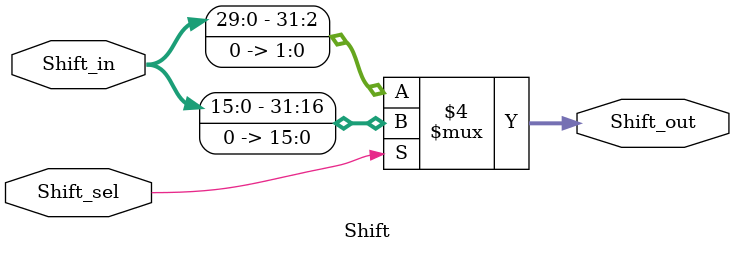
<source format=v>
`timescale 1ns / 1ps
module Shift(
    input [31:0] Shift_in,
    input Shift_sel,
    output [31:0] Shift_out
    );

    assign Shift_out = (Shift_sel == 0) ? Shift_in<<2 : Shift_in<<16;

endmodule

</source>
